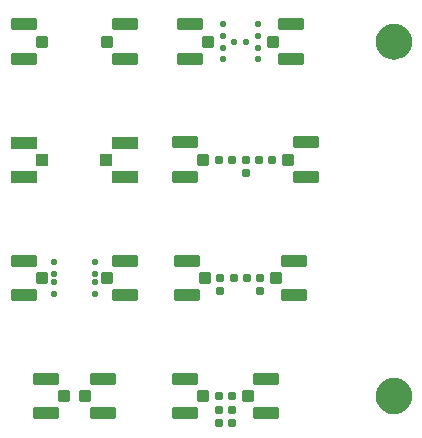
<source format=gtp>
G04*
G04 #@! TF.GenerationSoftware,Altium Limited,CircuitStudio,1.5.2 (30)*
G04*
G04 Layer_Color=8421504*
%FSLAX24Y24*%
%MOIN*%
G70*
G01*
G75*
G04:AMPARAMS|DCode=10|XSize=19.7mil|YSize=19.7mil|CornerRadius=2.5mil|HoleSize=0mil|Usage=FLASHONLY|Rotation=0.000|XOffset=0mil|YOffset=0mil|HoleType=Round|Shape=RoundedRectangle|*
%AMROUNDEDRECTD10*
21,1,0.0197,0.0148,0,0,0.0*
21,1,0.0148,0.0197,0,0,0.0*
1,1,0.0049,0.0074,-0.0074*
1,1,0.0049,-0.0074,-0.0074*
1,1,0.0049,-0.0074,0.0074*
1,1,0.0049,0.0074,0.0074*
%
%ADD10ROUNDEDRECTD10*%
G04:AMPARAMS|DCode=11|XSize=19.7mil|YSize=19.7mil|CornerRadius=2.5mil|HoleSize=0mil|Usage=FLASHONLY|Rotation=270.000|XOffset=0mil|YOffset=0mil|HoleType=Round|Shape=RoundedRectangle|*
%AMROUNDEDRECTD11*
21,1,0.0197,0.0148,0,0,270.0*
21,1,0.0148,0.0197,0,0,270.0*
1,1,0.0049,-0.0074,-0.0074*
1,1,0.0049,-0.0074,0.0074*
1,1,0.0049,0.0074,0.0074*
1,1,0.0049,0.0074,-0.0074*
%
%ADD11ROUNDEDRECTD11*%
G04:AMPARAMS|DCode=12|XSize=41.3mil|YSize=86.6mil|CornerRadius=4.1mil|HoleSize=0mil|Usage=FLASHONLY|Rotation=270.000|XOffset=0mil|YOffset=0mil|HoleType=Round|Shape=RoundedRectangle|*
%AMROUNDEDRECTD12*
21,1,0.0413,0.0783,0,0,270.0*
21,1,0.0331,0.0866,0,0,270.0*
1,1,0.0083,-0.0392,-0.0165*
1,1,0.0083,-0.0392,0.0165*
1,1,0.0083,0.0392,0.0165*
1,1,0.0083,0.0392,-0.0165*
%
%ADD12ROUNDEDRECTD12*%
G04:AMPARAMS|DCode=13|XSize=39.4mil|YSize=41.3mil|CornerRadius=3.9mil|HoleSize=0mil|Usage=FLASHONLY|Rotation=270.000|XOffset=0mil|YOffset=0mil|HoleType=Round|Shape=RoundedRectangle|*
%AMROUNDEDRECTD13*
21,1,0.0394,0.0335,0,0,270.0*
21,1,0.0315,0.0413,0,0,270.0*
1,1,0.0079,-0.0167,-0.0157*
1,1,0.0079,-0.0167,0.0157*
1,1,0.0079,0.0167,0.0157*
1,1,0.0079,0.0167,-0.0157*
%
%ADD13ROUNDEDRECTD13*%
G04:AMPARAMS|DCode=14|XSize=41.3mil|YSize=86.6mil|CornerRadius=2.1mil|HoleSize=0mil|Usage=FLASHONLY|Rotation=270.000|XOffset=0mil|YOffset=0mil|HoleType=Round|Shape=RoundedRectangle|*
%AMROUNDEDRECTD14*
21,1,0.0413,0.0825,0,0,270.0*
21,1,0.0372,0.0866,0,0,270.0*
1,1,0.0041,-0.0412,-0.0186*
1,1,0.0041,-0.0412,0.0186*
1,1,0.0041,0.0412,0.0186*
1,1,0.0041,0.0412,-0.0186*
%
%ADD14ROUNDEDRECTD14*%
G04:AMPARAMS|DCode=15|XSize=39.4mil|YSize=41.3mil|CornerRadius=2mil|HoleSize=0mil|Usage=FLASHONLY|Rotation=270.000|XOffset=0mil|YOffset=0mil|HoleType=Round|Shape=RoundedRectangle|*
%AMROUNDEDRECTD15*
21,1,0.0394,0.0374,0,0,270.0*
21,1,0.0354,0.0413,0,0,270.0*
1,1,0.0039,-0.0187,-0.0177*
1,1,0.0039,-0.0187,0.0177*
1,1,0.0039,0.0187,0.0177*
1,1,0.0039,0.0187,-0.0177*
%
%ADD15ROUNDEDRECTD15*%
G04:AMPARAMS|DCode=16|XSize=27.6mil|YSize=23.6mil|CornerRadius=3mil|HoleSize=0mil|Usage=FLASHONLY|Rotation=0.000|XOffset=0mil|YOffset=0mil|HoleType=Round|Shape=RoundedRectangle|*
%AMROUNDEDRECTD16*
21,1,0.0276,0.0177,0,0,0.0*
21,1,0.0217,0.0236,0,0,0.0*
1,1,0.0059,0.0108,-0.0089*
1,1,0.0059,-0.0108,-0.0089*
1,1,0.0059,-0.0108,0.0089*
1,1,0.0059,0.0108,0.0089*
%
%ADD16ROUNDEDRECTD16*%
G04:AMPARAMS|DCode=17|XSize=27.6mil|YSize=23.6mil|CornerRadius=3mil|HoleSize=0mil|Usage=FLASHONLY|Rotation=270.000|XOffset=0mil|YOffset=0mil|HoleType=Round|Shape=RoundedRectangle|*
%AMROUNDEDRECTD17*
21,1,0.0276,0.0177,0,0,270.0*
21,1,0.0217,0.0236,0,0,270.0*
1,1,0.0059,-0.0089,-0.0108*
1,1,0.0059,-0.0089,0.0108*
1,1,0.0059,0.0089,0.0108*
1,1,0.0059,0.0089,-0.0108*
%
%ADD17ROUNDEDRECTD17*%
G04:AMPARAMS|DCode=18|XSize=19.7mil|YSize=19.7mil|CornerRadius=4.9mil|HoleSize=0mil|Usage=FLASHONLY|Rotation=0.000|XOffset=0mil|YOffset=0mil|HoleType=Round|Shape=RoundedRectangle|*
%AMROUNDEDRECTD18*
21,1,0.0197,0.0098,0,0,0.0*
21,1,0.0098,0.0197,0,0,0.0*
1,1,0.0098,0.0049,-0.0049*
1,1,0.0098,-0.0049,-0.0049*
1,1,0.0098,-0.0049,0.0049*
1,1,0.0098,0.0049,0.0049*
%
%ADD18ROUNDEDRECTD18*%
G36*
X13897Y2560D02*
X14010Y2526D01*
X14115Y2470D01*
X14206Y2395D01*
X14281Y2304D01*
X14337Y2199D01*
X14371Y2086D01*
X14383Y1969D01*
X14371Y1851D01*
X14337Y1738D01*
X14281Y1633D01*
X14206Y1542D01*
X14115Y1467D01*
X14010Y1411D01*
X13897Y1377D01*
X13780Y1365D01*
X13662Y1377D01*
X13549Y1411D01*
X13444Y1467D01*
X13353Y1542D01*
X13278Y1633D01*
X13222Y1738D01*
X13188Y1851D01*
X13176Y1969D01*
X13188Y2086D01*
X13222Y2199D01*
X13278Y2304D01*
X13353Y2395D01*
X13444Y2470D01*
X13549Y2526D01*
X13662Y2560D01*
X13780Y2572D01*
X13897Y2560D01*
D02*
G37*
G36*
Y14371D02*
X14010Y14337D01*
X14115Y14281D01*
X14206Y14206D01*
X14281Y14115D01*
X14337Y14010D01*
X14371Y13897D01*
X14383Y13780D01*
X14371Y13662D01*
X14337Y13549D01*
X14281Y13444D01*
X14206Y13353D01*
X14115Y13278D01*
X14010Y13222D01*
X13897Y13188D01*
X13780Y13176D01*
X13662Y13188D01*
X13549Y13222D01*
X13444Y13278D01*
X13353Y13353D01*
X13278Y13444D01*
X13222Y13549D01*
X13188Y13662D01*
X13176Y13780D01*
X13188Y13897D01*
X13222Y14010D01*
X13278Y14115D01*
X13353Y14206D01*
X13444Y14281D01*
X13549Y14337D01*
X13662Y14371D01*
X13780Y14383D01*
X13897Y14371D01*
D02*
G37*
D10*
X8071Y13189D02*
D03*
Y13583D02*
D03*
X9252Y14370D02*
D03*
Y13976D02*
D03*
X9252Y13189D02*
D03*
Y13583D02*
D03*
X8071Y14370D02*
D03*
Y13976D02*
D03*
D11*
X8465Y13780D02*
D03*
X8858D02*
D03*
D12*
X10354Y13199D02*
D03*
Y14360D02*
D03*
X6969D02*
D03*
Y13199D02*
D03*
X4803D02*
D03*
Y14360D02*
D03*
X1457D02*
D03*
Y13199D02*
D03*
X10866Y9262D02*
D03*
Y10423D02*
D03*
X6811D02*
D03*
Y9262D02*
D03*
X10453Y5325D02*
D03*
Y6486D02*
D03*
X6870D02*
D03*
Y5325D02*
D03*
X4803D02*
D03*
Y6486D02*
D03*
X1457D02*
D03*
Y5325D02*
D03*
X9528Y1388D02*
D03*
Y2549D02*
D03*
X6811D02*
D03*
Y1388D02*
D03*
X4075D02*
D03*
Y2549D02*
D03*
X2185D02*
D03*
Y1388D02*
D03*
D13*
X9754Y13780D02*
D03*
X7569D02*
D03*
X4203D02*
D03*
X2057D02*
D03*
X10266Y9843D02*
D03*
X7411D02*
D03*
X9852Y5906D02*
D03*
X7470D02*
D03*
X4203D02*
D03*
X2057D02*
D03*
X8927Y1969D02*
D03*
X7411D02*
D03*
X3474D02*
D03*
X2785D02*
D03*
D14*
X4803Y9272D02*
D03*
Y10413D02*
D03*
X1457D02*
D03*
Y9272D02*
D03*
D15*
X4193Y9843D02*
D03*
X2067D02*
D03*
D16*
X9291D02*
D03*
X9724D02*
D03*
X7953D02*
D03*
X8386D02*
D03*
X8878Y5906D02*
D03*
X8445D02*
D03*
X8386Y1969D02*
D03*
X7953D02*
D03*
D17*
X8839Y9843D02*
D03*
Y9409D02*
D03*
X9331Y5906D02*
D03*
Y5472D02*
D03*
X7992Y5906D02*
D03*
Y5472D02*
D03*
X8386Y1516D02*
D03*
Y1083D02*
D03*
X7953Y1516D02*
D03*
Y1083D02*
D03*
D18*
X3819Y6043D02*
D03*
Y6437D02*
D03*
X2441Y5768D02*
D03*
Y5374D02*
D03*
X3819Y5768D02*
D03*
Y5374D02*
D03*
X2441Y6043D02*
D03*
Y6437D02*
D03*
M02*

</source>
